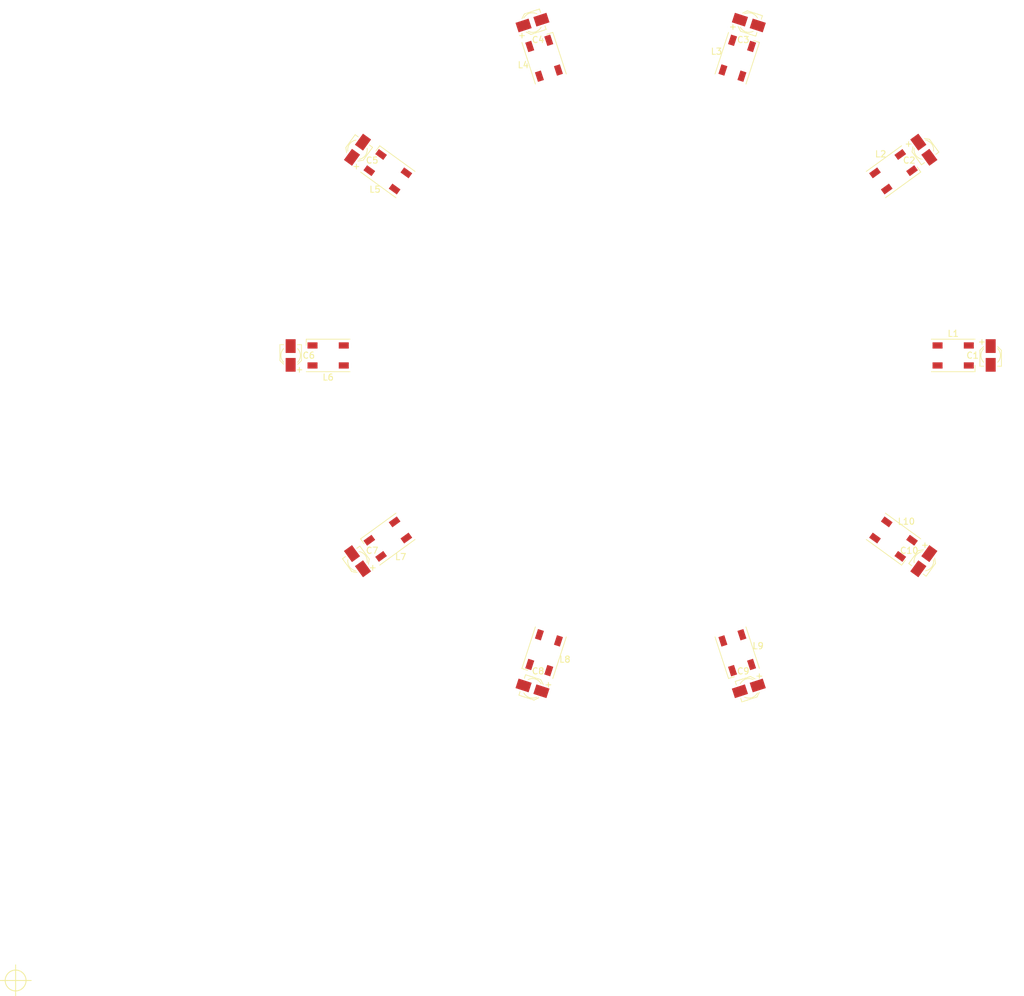
<source format=kicad_pcb>
(
kicad_pcb (version 4) (host pcbnew 4.0.4-stable)

  (general
    (links 0)
    (no_connects 0)
    (area 0 0 0 0)
    (thickness 1.6)
    (drawings 0)
    (tracks 0)
    (zones 0)
    (modules 1)
    (nets 1)
  )

  (page A4)
  (layers
    (0 F.Cu signal)
    (31 B.Cu signal)
    (32 B.Adhes user)
    (33 F.Adhes user)
    (34 B.Paste user)
    (35 F.Paste user)
    (36 B.SilkS user)
    (37 F.SilkS user)
    (38 B.Mask user)
    (39 F.Mask user)
    (40 Dwgs.User user)
    (41 Cmts.User user)
    (42 Eco1.User user)
    (43 Eco2.User user)
    (44 Edge.Cuts user)
    (45 Margin user)
    (46 B.CrtYd user)
    (47 F.CrtYd user)
    (48 B.Fab user)
    (49 F.Fab user)
  )

  (setup
    (last_trace_width 0.25)
    (trace_clearance 0.2)
    (zone_clearance 0.508)
    (zone_45_only no)
    (trace_min 0.2)
    (segment_width 0.2)
    (edge_width 0.15)
    (via_size 0.6)
    (via_drill 0.4)
    (via_min_size 0.4)
    (via_min_drill 0.3)
    (uvia_size 0.3)
    (uvia_drill 0.1)
    (uvias_allowed no)
    (uvia_min_size 0.2)
    (uvia_min_drill 0.1)
    (pcb_text_width 0.3)
    (pcb_text_size 1.5 1.5)
    (mod_edge_width 0.15)
    (mod_text_size 1 1)
    (mod_text_width 0.15)
    (pad_size 1.524 1.524)
    (pad_drill 0.762)
    (pad_to_mask_clearance 0.2)
    (aux_axis_origin 0 0)
    (visible_elements FFFFFF7F)
    (pcbplotparams
      (layerselection 0x00030_80000001)
      (usegerberextensions false)
      (excludeedgelayer true)
      (linewidth 0.100000)
      (plotframeref false)
      (viasonmask false)
      (mode 1)
      (useauxorigin false)
      (hpglpennumber 1)
      (hpglpenspeed 20)
      (hpglpendiameter 15)
      (hpglpenoverlay 2)
      (psnegative false)
      (psa4output false)
      (plotreference true)
      (plotvalue true)
      (plotinvisibletext false)
      (padsonsilk false)
      (subtractmaskfromsilk false)
      (outputformat 1)
      (mirror false)
      (drillshape 1)
      (scaleselection 1)
      (outputdirectory ""))
  )

  (net 0 "")

  (net_class Default "This is the default net class."
    (clearance 0.25)
    (trace_width 0.25)
    (via_dia 0.6)
    (via_drill 0.4)
    (uvia_dia 0.3)
    (uvia_drill 0.1)
  )



(target plus (at 0.0000 190.0000) (size 5.0000) (width 0.1500) (layer F.SilkS))

    (module LEDs:LED_WS2812B-PLCC4 (layer F.Cu) (tedit 587A6D9E) (tstamp 589982C0)
    (at 150.0000 90.0000 0.0000)
    (descr http://www.world-semi.com/uploads/soft/150522/1-150522091P5.pdf)
    (tags "LED NeoPixel")
    (attr smd)
    (fp_text reference L1 (at 0 -3.5) (layer F.SilkS)
      (effects (font (size 1 1) (thickness 0.15)))
    )
    (fp_text value WS2812B (at 0 4) (layer F.Fab)
      (effects (font (size 1 1) (thickness 0.15)))
    )
    (fp_line (start 3.75 -2.85) (end -3.75 -2.85) (layer F.CrtYd) (width 0.05))
    (fp_line (start 3.75 2.85) (end 3.75 -2.85) (layer F.CrtYd) (width 0.05))
    (fp_line (start -3.75 2.85) (end 3.75 2.85) (layer F.CrtYd) (width 0.05))
    (fp_line (start -3.75 -2.85) (end -3.75 2.85) (layer F.CrtYd) (width 0.05))
    (fp_line (start 2.5 1.5) (end 1.5 2.5) (layer F.Fab) (width 0.1))
    (fp_line (start -2.5 -2.5) (end -2.5 2.5) (layer F.Fab) (width 0.1))
    (fp_line (start -2.5 2.5) (end 2.5 2.5) (layer F.Fab) (width 0.1))
    (fp_line (start 2.5 2.5) (end 2.5 -2.5) (layer F.Fab) (width 0.1))
    (fp_line (start 2.5 -2.5) (end -2.5 -2.5) (layer F.Fab) (width 0.1))
    (fp_line (start -3.5 -2.6) (end 3.5 -2.6) (layer F.SilkS) (width 0.12))
    (fp_line (start -3.5 2.6) (end 3.5 2.6) (layer F.SilkS) (width 0.12))
    (fp_line (start 3.5 2.6) (end 3.5 1.6) (layer F.SilkS) (width 0.12))
    (fp_circle (center 0 0) (end 0 -2) (layer F.Fab) (width 0.1))
    (pad 3 smd rect (at 2.5 1.6 0.0000) (size 1.6 1) (layers F.Cu F.Paste F.Mask))
    (pad 4 smd rect (at 2.5 -1.6 0.0000) (size 1.6 1) (layers F.Cu F.Paste F.Mask))
    (pad 2 smd rect (at -2.5 1.6 0.0000) (size 1.6 1) (layers F.Cu F.Paste F.Mask))
    (pad 1 smd rect (at -2.5 -1.6 0.0000) (size 1.6 1) (layers F.Cu F.Paste F.Mask))
    (model LEDs.3dshapes/LED_WS2812B-PLCC4.wrl
      (at (xyz 0 0 0))
      (scale (xyz 0.39 0.39 0.39))
      (rotate (xyz 0 0 180))
    )
  )
 (module Capacitors_SMD:CP_Elec_3x5.3 (layer F.Cu) (tedit 57FA3E93) (tstamp 5899EACD)
    (at 156.0000 90.0000 270.0000)
    (descr "SMT capacitor, aluminium electrolytic, 3x5.3")
    (attr smd)
    (fp_text reference C1 (at 0 2.8956 180) (layer F.SilkS)
      (effects (font (size 1 1) (thickness 0.15)))
    )
    (fp_text value 104nF (at -0.0254 -2.8956 180) (layer F.Fab)
      (effects (font (size 1 1) (thickness 0.15)))
    )
    (fp_line (start -1.5621 -0.7493) (end -1.5621 0.7747) (layer F.Fab) (width 0.1))
    (fp_line (start -0.7493 -1.5621) (end -1.5621 -0.7493) (layer F.Fab) (width 0.1))
    (fp_line (start -0.762 1.5748) (end -1.5621 0.7747) (layer F.Fab) (width 0.1))
    (fp_line (start 1.5748 1.5748) (end 1.5748 -1.5621) (layer F.Fab) (width 0.1))
    (fp_line (start 1.5621 1.5748) (end -0.762 1.5748) (layer F.Fab) (width 0.1))
    (fp_line (start 1.5748 -1.5621) (end -0.7493 -1.5621) (layer F.Fab) (width 0.1))
    (fp_line (start -0.8255 1.7272) (end -1.4351 1.1176) (layer F.SilkS) (width 0.12))
    (fp_line (start 1.7272 1.7272) (end 1.7272 1.1176) (layer F.SilkS) (width 0.12))
    (fp_line (start -0.8128 -1.7145) (end -1.4097 -1.1176) (layer F.SilkS) (width 0.12))
    (fp_line (start 1.7272 -1.7145) (end 1.7272 -1.1176) (layer F.SilkS) (width 0.12))
    (fp_text user + (at -0.9398 -0.0762 180) (layer F.Fab)
      (effects (font (size 1 1) (thickness 0.15)))
    )
    (fp_text user + (at -2.2225 1.397 180) (layer F.SilkS)
      (effects (font (size 1 1) (thickness 0.15)))
    )
    (fp_arc (start 0 0) (end -1.0922 -1.1176) (angle 88.7) (layer F.SilkS) (width 0.12))
    (fp_arc (start 0 0) (end 1.0922 1.1176) (angle 88.7) (layer F.SilkS) (width 0.12))
    (fp_line (start -2.8 2.05) (end 2.8 2.05) (layer F.CrtYd) (width 0.05))
    (fp_line (start 2.8 2.05) (end 2.8 -2.05) (layer F.CrtYd) (width 0.05))
    (fp_line (start 2.8 -2.05) (end -2.8 -2.05) (layer F.CrtYd) (width 0.05))
    (fp_line (start -2.8 -2.05) (end -2.8 2.05) (layer F.CrtYd) (width 0.05))
    (fp_line (start -0.8255 1.7272) (end 1.7145 1.7272) (layer F.SilkS) (width 0.12))
    (fp_line (start 1.7272 -1.7145) (end -0.8128 -1.7145) (layer F.SilkS) (width 0.12))
    (pad 2 smd rect (at 1.5 0 270.0000) (size 2.2 1.6) (layers F.Cu F.Paste F.Mask))
    (pad 1 smd rect (at -1.5 0 270.0000) (size 2.2 1.6) (layers F.Cu F.Paste F.Mask))
    (model Capacitors_SMD.3dshapes/CP_Elec_3x5.3.wrl
      (at (xyz 0 0 0))
      (scale (xyz 1 1 1))
      (rotate (xyz 0 0 180))
    )
  )
    (module LEDs:LED_WS2812B-PLCC4 (layer F.Cu) (tedit 587A6D9E) (tstamp 589982C0)
    (at 140.4508 60.6107 36.0000)
    (descr http://www.world-semi.com/uploads/soft/150522/1-150522091P5.pdf)
    (tags "LED NeoPixel")
    (attr smd)
    (fp_text reference L2 (at 0 -3.5) (layer F.SilkS)
      (effects (font (size 1 1) (thickness 0.15)))
    )
    (fp_text value WS2812B (at 0 4) (layer F.Fab)
      (effects (font (size 1 1) (thickness 0.15)))
    )
    (fp_line (start 3.75 -2.85) (end -3.75 -2.85) (layer F.CrtYd) (width 0.05))
    (fp_line (start 3.75 2.85) (end 3.75 -2.85) (layer F.CrtYd) (width 0.05))
    (fp_line (start -3.75 2.85) (end 3.75 2.85) (layer F.CrtYd) (width 0.05))
    (fp_line (start -3.75 -2.85) (end -3.75 2.85) (layer F.CrtYd) (width 0.05))
    (fp_line (start 2.5 1.5) (end 1.5 2.5) (layer F.Fab) (width 0.1))
    (fp_line (start -2.5 -2.5) (end -2.5 2.5) (layer F.Fab) (width 0.1))
    (fp_line (start -2.5 2.5) (end 2.5 2.5) (layer F.Fab) (width 0.1))
    (fp_line (start 2.5 2.5) (end 2.5 -2.5) (layer F.Fab) (width 0.1))
    (fp_line (start 2.5 -2.5) (end -2.5 -2.5) (layer F.Fab) (width 0.1))
    (fp_line (start -3.5 -2.6) (end 3.5 -2.6) (layer F.SilkS) (width 0.12))
    (fp_line (start -3.5 2.6) (end 3.5 2.6) (layer F.SilkS) (width 0.12))
    (fp_line (start 3.5 2.6) (end 3.5 1.6) (layer F.SilkS) (width 0.12))
    (fp_circle (center 0 0) (end 0 -2) (layer F.Fab) (width 0.1))
    (pad 3 smd rect (at 2.5 1.6 36.0000) (size 1.6 1) (layers F.Cu F.Paste F.Mask))
    (pad 4 smd rect (at 2.5 -1.6 36.0000) (size 1.6 1) (layers F.Cu F.Paste F.Mask))
    (pad 2 smd rect (at -2.5 1.6 36.0000) (size 1.6 1) (layers F.Cu F.Paste F.Mask))
    (pad 1 smd rect (at -2.5 -1.6 36.0000) (size 1.6 1) (layers F.Cu F.Paste F.Mask))
    (model LEDs.3dshapes/LED_WS2812B-PLCC4.wrl
      (at (xyz 0 0 0))
      (scale (xyz 0.39 0.39 0.39))
      (rotate (xyz 0 0 180))
    )
  )
 (module Capacitors_SMD:CP_Elec_3x5.3 (layer F.Cu) (tedit 57FA3E93) (tstamp 5899EACD)
    (at 145.3050 57.0840 306.0000)
    (descr "SMT capacitor, aluminium electrolytic, 3x5.3")
    (attr smd)
    (fp_text reference C2 (at 0 2.8956 180) (layer F.SilkS)
      (effects (font (size 1 1) (thickness 0.15)))
    )
    (fp_text value 104nF (at -0.0254 -2.8956 180) (layer F.Fab)
      (effects (font (size 1 1) (thickness 0.15)))
    )
    (fp_line (start -1.5621 -0.7493) (end -1.5621 0.7747) (layer F.Fab) (width 0.1))
    (fp_line (start -0.7493 -1.5621) (end -1.5621 -0.7493) (layer F.Fab) (width 0.1))
    (fp_line (start -0.762 1.5748) (end -1.5621 0.7747) (layer F.Fab) (width 0.1))
    (fp_line (start 1.5748 1.5748) (end 1.5748 -1.5621) (layer F.Fab) (width 0.1))
    (fp_line (start 1.5621 1.5748) (end -0.762 1.5748) (layer F.Fab) (width 0.1))
    (fp_line (start 1.5748 -1.5621) (end -0.7493 -1.5621) (layer F.Fab) (width 0.1))
    (fp_line (start -0.8255 1.7272) (end -1.4351 1.1176) (layer F.SilkS) (width 0.12))
    (fp_line (start 1.7272 1.7272) (end 1.7272 1.1176) (layer F.SilkS) (width 0.12))
    (fp_line (start -0.8128 -1.7145) (end -1.4097 -1.1176) (layer F.SilkS) (width 0.12))
    (fp_line (start 1.7272 -1.7145) (end 1.7272 -1.1176) (layer F.SilkS) (width 0.12))
    (fp_text user + (at -0.9398 -0.0762 180) (layer F.Fab)
      (effects (font (size 1 1) (thickness 0.15)))
    )
    (fp_text user + (at -2.2225 1.397 180) (layer F.SilkS)
      (effects (font (size 1 1) (thickness 0.15)))
    )
    (fp_arc (start 0 0) (end -1.0922 -1.1176) (angle 88.7) (layer F.SilkS) (width 0.12))
    (fp_arc (start 0 0) (end 1.0922 1.1176) (angle 88.7) (layer F.SilkS) (width 0.12))
    (fp_line (start -2.8 2.05) (end 2.8 2.05) (layer F.CrtYd) (width 0.05))
    (fp_line (start 2.8 2.05) (end 2.8 -2.05) (layer F.CrtYd) (width 0.05))
    (fp_line (start 2.8 -2.05) (end -2.8 -2.05) (layer F.CrtYd) (width 0.05))
    (fp_line (start -2.8 -2.05) (end -2.8 2.05) (layer F.CrtYd) (width 0.05))
    (fp_line (start -0.8255 1.7272) (end 1.7145 1.7272) (layer F.SilkS) (width 0.12))
    (fp_line (start 1.7272 -1.7145) (end -0.8128 -1.7145) (layer F.SilkS) (width 0.12))
    (pad 2 smd rect (at 1.5 0 306.0000) (size 2.2 1.6) (layers F.Cu F.Paste F.Mask))
    (pad 1 smd rect (at -1.5 0 306.0000) (size 2.2 1.6) (layers F.Cu F.Paste F.Mask))
    (model Capacitors_SMD.3dshapes/CP_Elec_3x5.3.wrl
      (at (xyz 0 0 0))
      (scale (xyz 1 1 1))
      (rotate (xyz 0 0 180))
    )
  )
    (module LEDs:LED_WS2812B-PLCC4 (layer F.Cu) (tedit 587A6D9E) (tstamp 589982C0)
    (at 115.4508 42.4472 72.0000)
    (descr http://www.world-semi.com/uploads/soft/150522/1-150522091P5.pdf)
    (tags "LED NeoPixel")
    (attr smd)
    (fp_text reference L3 (at 0 -3.5) (layer F.SilkS)
      (effects (font (size 1 1) (thickness 0.15)))
    )
    (fp_text value WS2812B (at 0 4) (layer F.Fab)
      (effects (font (size 1 1) (thickness 0.15)))
    )
    (fp_line (start 3.75 -2.85) (end -3.75 -2.85) (layer F.CrtYd) (width 0.05))
    (fp_line (start 3.75 2.85) (end 3.75 -2.85) (layer F.CrtYd) (width 0.05))
    (fp_line (start -3.75 2.85) (end 3.75 2.85) (layer F.CrtYd) (width 0.05))
    (fp_line (start -3.75 -2.85) (end -3.75 2.85) (layer F.CrtYd) (width 0.05))
    (fp_line (start 2.5 1.5) (end 1.5 2.5) (layer F.Fab) (width 0.1))
    (fp_line (start -2.5 -2.5) (end -2.5 2.5) (layer F.Fab) (width 0.1))
    (fp_line (start -2.5 2.5) (end 2.5 2.5) (layer F.Fab) (width 0.1))
    (fp_line (start 2.5 2.5) (end 2.5 -2.5) (layer F.Fab) (width 0.1))
    (fp_line (start 2.5 -2.5) (end -2.5 -2.5) (layer F.Fab) (width 0.1))
    (fp_line (start -3.5 -2.6) (end 3.5 -2.6) (layer F.SilkS) (width 0.12))
    (fp_line (start -3.5 2.6) (end 3.5 2.6) (layer F.SilkS) (width 0.12))
    (fp_line (start 3.5 2.6) (end 3.5 1.6) (layer F.SilkS) (width 0.12))
    (fp_circle (center 0 0) (end 0 -2) (layer F.Fab) (width 0.1))
    (pad 3 smd rect (at 2.5 1.6 72.0000) (size 1.6 1) (layers F.Cu F.Paste F.Mask))
    (pad 4 smd rect (at 2.5 -1.6 72.0000) (size 1.6 1) (layers F.Cu F.Paste F.Mask))
    (pad 2 smd rect (at -2.5 1.6 72.0000) (size 1.6 1) (layers F.Cu F.Paste F.Mask))
    (pad 1 smd rect (at -2.5 -1.6 72.0000) (size 1.6 1) (layers F.Cu F.Paste F.Mask))
    (model LEDs.3dshapes/LED_WS2812B-PLCC4.wrl
      (at (xyz 0 0 0))
      (scale (xyz 0.39 0.39 0.39))
      (rotate (xyz 0 0 180))
    )
  )
 (module Capacitors_SMD:CP_Elec_3x5.3 (layer F.Cu) (tedit 57FA3E93) (tstamp 5899EACD)
    (at 117.3050 36.7408 342.0000)
    (descr "SMT capacitor, aluminium electrolytic, 3x5.3")
    (attr smd)
    (fp_text reference C3 (at 0 2.8956 180) (layer F.SilkS)
      (effects (font (size 1 1) (thickness 0.15)))
    )
    (fp_text value 104nF (at -0.0254 -2.8956 180) (layer F.Fab)
      (effects (font (size 1 1) (thickness 0.15)))
    )
    (fp_line (start -1.5621 -0.7493) (end -1.5621 0.7747) (layer F.Fab) (width 0.1))
    (fp_line (start -0.7493 -1.5621) (end -1.5621 -0.7493) (layer F.Fab) (width 0.1))
    (fp_line (start -0.762 1.5748) (end -1.5621 0.7747) (layer F.Fab) (width 0.1))
    (fp_line (start 1.5748 1.5748) (end 1.5748 -1.5621) (layer F.Fab) (width 0.1))
    (fp_line (start 1.5621 1.5748) (end -0.762 1.5748) (layer F.Fab) (width 0.1))
    (fp_line (start 1.5748 -1.5621) (end -0.7493 -1.5621) (layer F.Fab) (width 0.1))
    (fp_line (start -0.8255 1.7272) (end -1.4351 1.1176) (layer F.SilkS) (width 0.12))
    (fp_line (start 1.7272 1.7272) (end 1.7272 1.1176) (layer F.SilkS) (width 0.12))
    (fp_line (start -0.8128 -1.7145) (end -1.4097 -1.1176) (layer F.SilkS) (width 0.12))
    (fp_line (start 1.7272 -1.7145) (end 1.7272 -1.1176) (layer F.SilkS) (width 0.12))
    (fp_text user + (at -0.9398 -0.0762 180) (layer F.Fab)
      (effects (font (size 1 1) (thickness 0.15)))
    )
    (fp_text user + (at -2.2225 1.397 180) (layer F.SilkS)
      (effects (font (size 1 1) (thickness 0.15)))
    )
    (fp_arc (start 0 0) (end -1.0922 -1.1176) (angle 88.7) (layer F.SilkS) (width 0.12))
    (fp_arc (start 0 0) (end 1.0922 1.1176) (angle 88.7) (layer F.SilkS) (width 0.12))
    (fp_line (start -2.8 2.05) (end 2.8 2.05) (layer F.CrtYd) (width 0.05))
    (fp_line (start 2.8 2.05) (end 2.8 -2.05) (layer F.CrtYd) (width 0.05))
    (fp_line (start 2.8 -2.05) (end -2.8 -2.05) (layer F.CrtYd) (width 0.05))
    (fp_line (start -2.8 -2.05) (end -2.8 2.05) (layer F.CrtYd) (width 0.05))
    (fp_line (start -0.8255 1.7272) (end 1.7145 1.7272) (layer F.SilkS) (width 0.12))
    (fp_line (start 1.7272 -1.7145) (end -0.8128 -1.7145) (layer F.SilkS) (width 0.12))
    (pad 2 smd rect (at 1.5 0 342.0000) (size 2.2 1.6) (layers F.Cu F.Paste F.Mask))
    (pad 1 smd rect (at -1.5 0 342.0000) (size 2.2 1.6) (layers F.Cu F.Paste F.Mask))
    (model Capacitors_SMD.3dshapes/CP_Elec_3x5.3.wrl
      (at (xyz 0 0 0))
      (scale (xyz 1 1 1))
      (rotate (xyz 0 0 180))
    )
  )
    (module LEDs:LED_WS2812B-PLCC4 (layer F.Cu) (tedit 587A6D9E) (tstamp 589982C0)
    (at 84.5492 42.4472 108.0000)
    (descr http://www.world-semi.com/uploads/soft/150522/1-150522091P5.pdf)
    (tags "LED NeoPixel")
    (attr smd)
    (fp_text reference L4 (at 0 -3.5) (layer F.SilkS)
      (effects (font (size 1 1) (thickness 0.15)))
    )
    (fp_text value WS2812B (at 0 4) (layer F.Fab)
      (effects (font (size 1 1) (thickness 0.15)))
    )
    (fp_line (start 3.75 -2.85) (end -3.75 -2.85) (layer F.CrtYd) (width 0.05))
    (fp_line (start 3.75 2.85) (end 3.75 -2.85) (layer F.CrtYd) (width 0.05))
    (fp_line (start -3.75 2.85) (end 3.75 2.85) (layer F.CrtYd) (width 0.05))
    (fp_line (start -3.75 -2.85) (end -3.75 2.85) (layer F.CrtYd) (width 0.05))
    (fp_line (start 2.5 1.5) (end 1.5 2.5) (layer F.Fab) (width 0.1))
    (fp_line (start -2.5 -2.5) (end -2.5 2.5) (layer F.Fab) (width 0.1))
    (fp_line (start -2.5 2.5) (end 2.5 2.5) (layer F.Fab) (width 0.1))
    (fp_line (start 2.5 2.5) (end 2.5 -2.5) (layer F.Fab) (width 0.1))
    (fp_line (start 2.5 -2.5) (end -2.5 -2.5) (layer F.Fab) (width 0.1))
    (fp_line (start -3.5 -2.6) (end 3.5 -2.6) (layer F.SilkS) (width 0.12))
    (fp_line (start -3.5 2.6) (end 3.5 2.6) (layer F.SilkS) (width 0.12))
    (fp_line (start 3.5 2.6) (end 3.5 1.6) (layer F.SilkS) (width 0.12))
    (fp_circle (center 0 0) (end 0 -2) (layer F.Fab) (width 0.1))
    (pad 3 smd rect (at 2.5 1.6 108.0000) (size 1.6 1) (layers F.Cu F.Paste F.Mask))
    (pad 4 smd rect (at 2.5 -1.6 108.0000) (size 1.6 1) (layers F.Cu F.Paste F.Mask))
    (pad 2 smd rect (at -2.5 1.6 108.0000) (size 1.6 1) (layers F.Cu F.Paste F.Mask))
    (pad 1 smd rect (at -2.5 -1.6 108.0000) (size 1.6 1) (layers F.Cu F.Paste F.Mask))
    (model LEDs.3dshapes/LED_WS2812B-PLCC4.wrl
      (at (xyz 0 0 0))
      (scale (xyz 0.39 0.39 0.39))
      (rotate (xyz 0 0 180))
    )
  )
 (module Capacitors_SMD:CP_Elec_3x5.3 (layer F.Cu) (tedit 57FA3E93) (tstamp 5899EACD)
    (at 82.6950 36.7408 378.0000)
    (descr "SMT capacitor, aluminium electrolytic, 3x5.3")
    (attr smd)
    (fp_text reference C4 (at 0 2.8956 180) (layer F.SilkS)
      (effects (font (size 1 1) (thickness 0.15)))
    )
    (fp_text value 104nF (at -0.0254 -2.8956 180) (layer F.Fab)
      (effects (font (size 1 1) (thickness 0.15)))
    )
    (fp_line (start -1.5621 -0.7493) (end -1.5621 0.7747) (layer F.Fab) (width 0.1))
    (fp_line (start -0.7493 -1.5621) (end -1.5621 -0.7493) (layer F.Fab) (width 0.1))
    (fp_line (start -0.762 1.5748) (end -1.5621 0.7747) (layer F.Fab) (width 0.1))
    (fp_line (start 1.5748 1.5748) (end 1.5748 -1.5621) (layer F.Fab) (width 0.1))
    (fp_line (start 1.5621 1.5748) (end -0.762 1.5748) (layer F.Fab) (width 0.1))
    (fp_line (start 1.5748 -1.5621) (end -0.7493 -1.5621) (layer F.Fab) (width 0.1))
    (fp_line (start -0.8255 1.7272) (end -1.4351 1.1176) (layer F.SilkS) (width 0.12))
    (fp_line (start 1.7272 1.7272) (end 1.7272 1.1176) (layer F.SilkS) (width 0.12))
    (fp_line (start -0.8128 -1.7145) (end -1.4097 -1.1176) (layer F.SilkS) (width 0.12))
    (fp_line (start 1.7272 -1.7145) (end 1.7272 -1.1176) (layer F.SilkS) (width 0.12))
    (fp_text user + (at -0.9398 -0.0762 180) (layer F.Fab)
      (effects (font (size 1 1) (thickness 0.15)))
    )
    (fp_text user + (at -2.2225 1.397 180) (layer F.SilkS)
      (effects (font (size 1 1) (thickness 0.15)))
    )
    (fp_arc (start 0 0) (end -1.0922 -1.1176) (angle 88.7) (layer F.SilkS) (width 0.12))
    (fp_arc (start 0 0) (end 1.0922 1.1176) (angle 88.7) (layer F.SilkS) (width 0.12))
    (fp_line (start -2.8 2.05) (end 2.8 2.05) (layer F.CrtYd) (width 0.05))
    (fp_line (start 2.8 2.05) (end 2.8 -2.05) (layer F.CrtYd) (width 0.05))
    (fp_line (start 2.8 -2.05) (end -2.8 -2.05) (layer F.CrtYd) (width 0.05))
    (fp_line (start -2.8 -2.05) (end -2.8 2.05) (layer F.CrtYd) (width 0.05))
    (fp_line (start -0.8255 1.7272) (end 1.7145 1.7272) (layer F.SilkS) (width 0.12))
    (fp_line (start 1.7272 -1.7145) (end -0.8128 -1.7145) (layer F.SilkS) (width 0.12))
    (pad 2 smd rect (at 1.5 0 378.0000) (size 2.2 1.6) (layers F.Cu F.Paste F.Mask))
    (pad 1 smd rect (at -1.5 0 378.0000) (size 2.2 1.6) (layers F.Cu F.Paste F.Mask))
    (model Capacitors_SMD.3dshapes/CP_Elec_3x5.3.wrl
      (at (xyz 0 0 0))
      (scale (xyz 1 1 1))
      (rotate (xyz 0 0 180))
    )
  )
    (module LEDs:LED_WS2812B-PLCC4 (layer F.Cu) (tedit 587A6D9E) (tstamp 589982C0)
    (at 59.5492 60.6107 144.0000)
    (descr http://www.world-semi.com/uploads/soft/150522/1-150522091P5.pdf)
    (tags "LED NeoPixel")
    (attr smd)
    (fp_text reference L5 (at 0 -3.5) (layer F.SilkS)
      (effects (font (size 1 1) (thickness 0.15)))
    )
    (fp_text value WS2812B (at 0 4) (layer F.Fab)
      (effects (font (size 1 1) (thickness 0.15)))
    )
    (fp_line (start 3.75 -2.85) (end -3.75 -2.85) (layer F.CrtYd) (width 0.05))
    (fp_line (start 3.75 2.85) (end 3.75 -2.85) (layer F.CrtYd) (width 0.05))
    (fp_line (start -3.75 2.85) (end 3.75 2.85) (layer F.CrtYd) (width 0.05))
    (fp_line (start -3.75 -2.85) (end -3.75 2.85) (layer F.CrtYd) (width 0.05))
    (fp_line (start 2.5 1.5) (end 1.5 2.5) (layer F.Fab) (width 0.1))
    (fp_line (start -2.5 -2.5) (end -2.5 2.5) (layer F.Fab) (width 0.1))
    (fp_line (start -2.5 2.5) (end 2.5 2.5) (layer F.Fab) (width 0.1))
    (fp_line (start 2.5 2.5) (end 2.5 -2.5) (layer F.Fab) (width 0.1))
    (fp_line (start 2.5 -2.5) (end -2.5 -2.5) (layer F.Fab) (width 0.1))
    (fp_line (start -3.5 -2.6) (end 3.5 -2.6) (layer F.SilkS) (width 0.12))
    (fp_line (start -3.5 2.6) (end 3.5 2.6) (layer F.SilkS) (width 0.12))
    (fp_line (start 3.5 2.6) (end 3.5 1.6) (layer F.SilkS) (width 0.12))
    (fp_circle (center 0 0) (end 0 -2) (layer F.Fab) (width 0.1))
    (pad 3 smd rect (at 2.5 1.6 144.0000) (size 1.6 1) (layers F.Cu F.Paste F.Mask))
    (pad 4 smd rect (at 2.5 -1.6 144.0000) (size 1.6 1) (layers F.Cu F.Paste F.Mask))
    (pad 2 smd rect (at -2.5 1.6 144.0000) (size 1.6 1) (layers F.Cu F.Paste F.Mask))
    (pad 1 smd rect (at -2.5 -1.6 144.0000) (size 1.6 1) (layers F.Cu F.Paste F.Mask))
    (model LEDs.3dshapes/LED_WS2812B-PLCC4.wrl
      (at (xyz 0 0 0))
      (scale (xyz 0.39 0.39 0.39))
      (rotate (xyz 0 0 180))
    )
  )
 (module Capacitors_SMD:CP_Elec_3x5.3 (layer F.Cu) (tedit 57FA3E93) (tstamp 5899EACD)
    (at 54.6950 57.0840 414.0000)
    (descr "SMT capacitor, aluminium electrolytic, 3x5.3")
    (attr smd)
    (fp_text reference C5 (at 0 2.8956 180) (layer F.SilkS)
      (effects (font (size 1 1) (thickness 0.15)))
    )
    (fp_text value 104nF (at -0.0254 -2.8956 180) (layer F.Fab)
      (effects (font (size 1 1) (thickness 0.15)))
    )
    (fp_line (start -1.5621 -0.7493) (end -1.5621 0.7747) (layer F.Fab) (width 0.1))
    (fp_line (start -0.7493 -1.5621) (end -1.5621 -0.7493) (layer F.Fab) (width 0.1))
    (fp_line (start -0.762 1.5748) (end -1.5621 0.7747) (layer F.Fab) (width 0.1))
    (fp_line (start 1.5748 1.5748) (end 1.5748 -1.5621) (layer F.Fab) (width 0.1))
    (fp_line (start 1.5621 1.5748) (end -0.762 1.5748) (layer F.Fab) (width 0.1))
    (fp_line (start 1.5748 -1.5621) (end -0.7493 -1.5621) (layer F.Fab) (width 0.1))
    (fp_line (start -0.8255 1.7272) (end -1.4351 1.1176) (layer F.SilkS) (width 0.12))
    (fp_line (start 1.7272 1.7272) (end 1.7272 1.1176) (layer F.SilkS) (width 0.12))
    (fp_line (start -0.8128 -1.7145) (end -1.4097 -1.1176) (layer F.SilkS) (width 0.12))
    (fp_line (start 1.7272 -1.7145) (end 1.7272 -1.1176) (layer F.SilkS) (width 0.12))
    (fp_text user + (at -0.9398 -0.0762 180) (layer F.Fab)
      (effects (font (size 1 1) (thickness 0.15)))
    )
    (fp_text user + (at -2.2225 1.397 180) (layer F.SilkS)
      (effects (font (size 1 1) (thickness 0.15)))
    )
    (fp_arc (start 0 0) (end -1.0922 -1.1176) (angle 88.7) (layer F.SilkS) (width 0.12))
    (fp_arc (start 0 0) (end 1.0922 1.1176) (angle 88.7) (layer F.SilkS) (width 0.12))
    (fp_line (start -2.8 2.05) (end 2.8 2.05) (layer F.CrtYd) (width 0.05))
    (fp_line (start 2.8 2.05) (end 2.8 -2.05) (layer F.CrtYd) (width 0.05))
    (fp_line (start 2.8 -2.05) (end -2.8 -2.05) (layer F.CrtYd) (width 0.05))
    (fp_line (start -2.8 -2.05) (end -2.8 2.05) (layer F.CrtYd) (width 0.05))
    (fp_line (start -0.8255 1.7272) (end 1.7145 1.7272) (layer F.SilkS) (width 0.12))
    (fp_line (start 1.7272 -1.7145) (end -0.8128 -1.7145) (layer F.SilkS) (width 0.12))
    (pad 2 smd rect (at 1.5 0 414.0000) (size 2.2 1.6) (layers F.Cu F.Paste F.Mask))
    (pad 1 smd rect (at -1.5 0 414.0000) (size 2.2 1.6) (layers F.Cu F.Paste F.Mask))
    (model Capacitors_SMD.3dshapes/CP_Elec_3x5.3.wrl
      (at (xyz 0 0 0))
      (scale (xyz 1 1 1))
      (rotate (xyz 0 0 180))
    )
  )
    (module LEDs:LED_WS2812B-PLCC4 (layer F.Cu) (tedit 587A6D9E) (tstamp 589982C0)
    (at 50.0000 90.0000 180.0000)
    (descr http://www.world-semi.com/uploads/soft/150522/1-150522091P5.pdf)
    (tags "LED NeoPixel")
    (attr smd)
    (fp_text reference L6 (at 0 -3.5) (layer F.SilkS)
      (effects (font (size 1 1) (thickness 0.15)))
    )
    (fp_text value WS2812B (at 0 4) (layer F.Fab)
      (effects (font (size 1 1) (thickness 0.15)))
    )
    (fp_line (start 3.75 -2.85) (end -3.75 -2.85) (layer F.CrtYd) (width 0.05))
    (fp_line (start 3.75 2.85) (end 3.75 -2.85) (layer F.CrtYd) (width 0.05))
    (fp_line (start -3.75 2.85) (end 3.75 2.85) (layer F.CrtYd) (width 0.05))
    (fp_line (start -3.75 -2.85) (end -3.75 2.85) (layer F.CrtYd) (width 0.05))
    (fp_line (start 2.5 1.5) (end 1.5 2.5) (layer F.Fab) (width 0.1))
    (fp_line (start -2.5 -2.5) (end -2.5 2.5) (layer F.Fab) (width 0.1))
    (fp_line (start -2.5 2.5) (end 2.5 2.5) (layer F.Fab) (width 0.1))
    (fp_line (start 2.5 2.5) (end 2.5 -2.5) (layer F.Fab) (width 0.1))
    (fp_line (start 2.5 -2.5) (end -2.5 -2.5) (layer F.Fab) (width 0.1))
    (fp_line (start -3.5 -2.6) (end 3.5 -2.6) (layer F.SilkS) (width 0.12))
    (fp_line (start -3.5 2.6) (end 3.5 2.6) (layer F.SilkS) (width 0.12))
    (fp_line (start 3.5 2.6) (end 3.5 1.6) (layer F.SilkS) (width 0.12))
    (fp_circle (center 0 0) (end 0 -2) (layer F.Fab) (width 0.1))
    (pad 3 smd rect (at 2.5 1.6 180.0000) (size 1.6 1) (layers F.Cu F.Paste F.Mask))
    (pad 4 smd rect (at 2.5 -1.6 180.0000) (size 1.6 1) (layers F.Cu F.Paste F.Mask))
    (pad 2 smd rect (at -2.5 1.6 180.0000) (size 1.6 1) (layers F.Cu F.Paste F.Mask))
    (pad 1 smd rect (at -2.5 -1.6 180.0000) (size 1.6 1) (layers F.Cu F.Paste F.Mask))
    (model LEDs.3dshapes/LED_WS2812B-PLCC4.wrl
      (at (xyz 0 0 0))
      (scale (xyz 0.39 0.39 0.39))
      (rotate (xyz 0 0 180))
    )
  )
 (module Capacitors_SMD:CP_Elec_3x5.3 (layer F.Cu) (tedit 57FA3E93) (tstamp 5899EACD)
    (at 44.0000 90.0000 450.0000)
    (descr "SMT capacitor, aluminium electrolytic, 3x5.3")
    (attr smd)
    (fp_text reference C6 (at 0 2.8956 180) (layer F.SilkS)
      (effects (font (size 1 1) (thickness 0.15)))
    )
    (fp_text value 104nF (at -0.0254 -2.8956 180) (layer F.Fab)
      (effects (font (size 1 1) (thickness 0.15)))
    )
    (fp_line (start -1.5621 -0.7493) (end -1.5621 0.7747) (layer F.Fab) (width 0.1))
    (fp_line (start -0.7493 -1.5621) (end -1.5621 -0.7493) (layer F.Fab) (width 0.1))
    (fp_line (start -0.762 1.5748) (end -1.5621 0.7747) (layer F.Fab) (width 0.1))
    (fp_line (start 1.5748 1.5748) (end 1.5748 -1.5621) (layer F.Fab) (width 0.1))
    (fp_line (start 1.5621 1.5748) (end -0.762 1.5748) (layer F.Fab) (width 0.1))
    (fp_line (start 1.5748 -1.5621) (end -0.7493 -1.5621) (layer F.Fab) (width 0.1))
    (fp_line (start -0.8255 1.7272) (end -1.4351 1.1176) (layer F.SilkS) (width 0.12))
    (fp_line (start 1.7272 1.7272) (end 1.7272 1.1176) (layer F.SilkS) (width 0.12))
    (fp_line (start -0.8128 -1.7145) (end -1.4097 -1.1176) (layer F.SilkS) (width 0.12))
    (fp_line (start 1.7272 -1.7145) (end 1.7272 -1.1176) (layer F.SilkS) (width 0.12))
    (fp_text user + (at -0.9398 -0.0762 180) (layer F.Fab)
      (effects (font (size 1 1) (thickness 0.15)))
    )
    (fp_text user + (at -2.2225 1.397 180) (layer F.SilkS)
      (effects (font (size 1 1) (thickness 0.15)))
    )
    (fp_arc (start 0 0) (end -1.0922 -1.1176) (angle 88.7) (layer F.SilkS) (width 0.12))
    (fp_arc (start 0 0) (end 1.0922 1.1176) (angle 88.7) (layer F.SilkS) (width 0.12))
    (fp_line (start -2.8 2.05) (end 2.8 2.05) (layer F.CrtYd) (width 0.05))
    (fp_line (start 2.8 2.05) (end 2.8 -2.05) (layer F.CrtYd) (width 0.05))
    (fp_line (start 2.8 -2.05) (end -2.8 -2.05) (layer F.CrtYd) (width 0.05))
    (fp_line (start -2.8 -2.05) (end -2.8 2.05) (layer F.CrtYd) (width 0.05))
    (fp_line (start -0.8255 1.7272) (end 1.7145 1.7272) (layer F.SilkS) (width 0.12))
    (fp_line (start 1.7272 -1.7145) (end -0.8128 -1.7145) (layer F.SilkS) (width 0.12))
    (pad 2 smd rect (at 1.5 0 450.0000) (size 2.2 1.6) (layers F.Cu F.Paste F.Mask))
    (pad 1 smd rect (at -1.5 0 450.0000) (size 2.2 1.6) (layers F.Cu F.Paste F.Mask))
    (model Capacitors_SMD.3dshapes/CP_Elec_3x5.3.wrl
      (at (xyz 0 0 0))
      (scale (xyz 1 1 1))
      (rotate (xyz 0 0 180))
    )
  )
    (module LEDs:LED_WS2812B-PLCC4 (layer F.Cu) (tedit 587A6D9E) (tstamp 589982C0)
    (at 59.5492 119.3893 216.0000)
    (descr http://www.world-semi.com/uploads/soft/150522/1-150522091P5.pdf)
    (tags "LED NeoPixel")
    (attr smd)
    (fp_text reference L7 (at 0 -3.5) (layer F.SilkS)
      (effects (font (size 1 1) (thickness 0.15)))
    )
    (fp_text value WS2812B (at 0 4) (layer F.Fab)
      (effects (font (size 1 1) (thickness 0.15)))
    )
    (fp_line (start 3.75 -2.85) (end -3.75 -2.85) (layer F.CrtYd) (width 0.05))
    (fp_line (start 3.75 2.85) (end 3.75 -2.85) (layer F.CrtYd) (width 0.05))
    (fp_line (start -3.75 2.85) (end 3.75 2.85) (layer F.CrtYd) (width 0.05))
    (fp_line (start -3.75 -2.85) (end -3.75 2.85) (layer F.CrtYd) (width 0.05))
    (fp_line (start 2.5 1.5) (end 1.5 2.5) (layer F.Fab) (width 0.1))
    (fp_line (start -2.5 -2.5) (end -2.5 2.5) (layer F.Fab) (width 0.1))
    (fp_line (start -2.5 2.5) (end 2.5 2.5) (layer F.Fab) (width 0.1))
    (fp_line (start 2.5 2.5) (end 2.5 -2.5) (layer F.Fab) (width 0.1))
    (fp_line (start 2.5 -2.5) (end -2.5 -2.5) (layer F.Fab) (width 0.1))
    (fp_line (start -3.5 -2.6) (end 3.5 -2.6) (layer F.SilkS) (width 0.12))
    (fp_line (start -3.5 2.6) (end 3.5 2.6) (layer F.SilkS) (width 0.12))
    (fp_line (start 3.5 2.6) (end 3.5 1.6) (layer F.SilkS) (width 0.12))
    (fp_circle (center 0 0) (end 0 -2) (layer F.Fab) (width 0.1))
    (pad 3 smd rect (at 2.5 1.6 216.0000) (size 1.6 1) (layers F.Cu F.Paste F.Mask))
    (pad 4 smd rect (at 2.5 -1.6 216.0000) (size 1.6 1) (layers F.Cu F.Paste F.Mask))
    (pad 2 smd rect (at -2.5 1.6 216.0000) (size 1.6 1) (layers F.Cu F.Paste F.Mask))
    (pad 1 smd rect (at -2.5 -1.6 216.0000) (size 1.6 1) (layers F.Cu F.Paste F.Mask))
    (model LEDs.3dshapes/LED_WS2812B-PLCC4.wrl
      (at (xyz 0 0 0))
      (scale (xyz 0.39 0.39 0.39))
      (rotate (xyz 0 0 180))
    )
  )
 (module Capacitors_SMD:CP_Elec_3x5.3 (layer F.Cu) (tedit 57FA3E93) (tstamp 5899EACD)
    (at 54.6950 122.9160 486.0000)
    (descr "SMT capacitor, aluminium electrolytic, 3x5.3")
    (attr smd)
    (fp_text reference C7 (at 0 2.8956 180) (layer F.SilkS)
      (effects (font (size 1 1) (thickness 0.15)))
    )
    (fp_text value 104nF (at -0.0254 -2.8956 180) (layer F.Fab)
      (effects (font (size 1 1) (thickness 0.15)))
    )
    (fp_line (start -1.5621 -0.7493) (end -1.5621 0.7747) (layer F.Fab) (width 0.1))
    (fp_line (start -0.7493 -1.5621) (end -1.5621 -0.7493) (layer F.Fab) (width 0.1))
    (fp_line (start -0.762 1.5748) (end -1.5621 0.7747) (layer F.Fab) (width 0.1))
    (fp_line (start 1.5748 1.5748) (end 1.5748 -1.5621) (layer F.Fab) (width 0.1))
    (fp_line (start 1.5621 1.5748) (end -0.762 1.5748) (layer F.Fab) (width 0.1))
    (fp_line (start 1.5748 -1.5621) (end -0.7493 -1.5621) (layer F.Fab) (width 0.1))
    (fp_line (start -0.8255 1.7272) (end -1.4351 1.1176) (layer F.SilkS) (width 0.12))
    (fp_line (start 1.7272 1.7272) (end 1.7272 1.1176) (layer F.SilkS) (width 0.12))
    (fp_line (start -0.8128 -1.7145) (end -1.4097 -1.1176) (layer F.SilkS) (width 0.12))
    (fp_line (start 1.7272 -1.7145) (end 1.7272 -1.1176) (layer F.SilkS) (width 0.12))
    (fp_text user + (at -0.9398 -0.0762 180) (layer F.Fab)
      (effects (font (size 1 1) (thickness 0.15)))
    )
    (fp_text user + (at -2.2225 1.397 180) (layer F.SilkS)
      (effects (font (size 1 1) (thickness 0.15)))
    )
    (fp_arc (start 0 0) (end -1.0922 -1.1176) (angle 88.7) (layer F.SilkS) (width 0.12))
    (fp_arc (start 0 0) (end 1.0922 1.1176) (angle 88.7) (layer F.SilkS) (width 0.12))
    (fp_line (start -2.8 2.05) (end 2.8 2.05) (layer F.CrtYd) (width 0.05))
    (fp_line (start 2.8 2.05) (end 2.8 -2.05) (layer F.CrtYd) (width 0.05))
    (fp_line (start 2.8 -2.05) (end -2.8 -2.05) (layer F.CrtYd) (width 0.05))
    (fp_line (start -2.8 -2.05) (end -2.8 2.05) (layer F.CrtYd) (width 0.05))
    (fp_line (start -0.8255 1.7272) (end 1.7145 1.7272) (layer F.SilkS) (width 0.12))
    (fp_line (start 1.7272 -1.7145) (end -0.8128 -1.7145) (layer F.SilkS) (width 0.12))
    (pad 2 smd rect (at 1.5 0 486.0000) (size 2.2 1.6) (layers F.Cu F.Paste F.Mask))
    (pad 1 smd rect (at -1.5 0 486.0000) (size 2.2 1.6) (layers F.Cu F.Paste F.Mask))
    (model Capacitors_SMD.3dshapes/CP_Elec_3x5.3.wrl
      (at (xyz 0 0 0))
      (scale (xyz 1 1 1))
      (rotate (xyz 0 0 180))
    )
  )
    (module LEDs:LED_WS2812B-PLCC4 (layer F.Cu) (tedit 587A6D9E) (tstamp 589982C0)
    (at 84.5492 137.5528 252.0000)
    (descr http://www.world-semi.com/uploads/soft/150522/1-150522091P5.pdf)
    (tags "LED NeoPixel")
    (attr smd)
    (fp_text reference L8 (at 0 -3.5) (layer F.SilkS)
      (effects (font (size 1 1) (thickness 0.15)))
    )
    (fp_text value WS2812B (at 0 4) (layer F.Fab)
      (effects (font (size 1 1) (thickness 0.15)))
    )
    (fp_line (start 3.75 -2.85) (end -3.75 -2.85) (layer F.CrtYd) (width 0.05))
    (fp_line (start 3.75 2.85) (end 3.75 -2.85) (layer F.CrtYd) (width 0.05))
    (fp_line (start -3.75 2.85) (end 3.75 2.85) (layer F.CrtYd) (width 0.05))
    (fp_line (start -3.75 -2.85) (end -3.75 2.85) (layer F.CrtYd) (width 0.05))
    (fp_line (start 2.5 1.5) (end 1.5 2.5) (layer F.Fab) (width 0.1))
    (fp_line (start -2.5 -2.5) (end -2.5 2.5) (layer F.Fab) (width 0.1))
    (fp_line (start -2.5 2.5) (end 2.5 2.5) (layer F.Fab) (width 0.1))
    (fp_line (start 2.5 2.5) (end 2.5 -2.5) (layer F.Fab) (width 0.1))
    (fp_line (start 2.5 -2.5) (end -2.5 -2.5) (layer F.Fab) (width 0.1))
    (fp_line (start -3.5 -2.6) (end 3.5 -2.6) (layer F.SilkS) (width 0.12))
    (fp_line (start -3.5 2.6) (end 3.5 2.6) (layer F.SilkS) (width 0.12))
    (fp_line (start 3.5 2.6) (end 3.5 1.6) (layer F.SilkS) (width 0.12))
    (fp_circle (center 0 0) (end 0 -2) (layer F.Fab) (width 0.1))
    (pad 3 smd rect (at 2.5 1.6 252.0000) (size 1.6 1) (layers F.Cu F.Paste F.Mask))
    (pad 4 smd rect (at 2.5 -1.6 252.0000) (size 1.6 1) (layers F.Cu F.Paste F.Mask))
    (pad 2 smd rect (at -2.5 1.6 252.0000) (size 1.6 1) (layers F.Cu F.Paste F.Mask))
    (pad 1 smd rect (at -2.5 -1.6 252.0000) (size 1.6 1) (layers F.Cu F.Paste F.Mask))
    (model LEDs.3dshapes/LED_WS2812B-PLCC4.wrl
      (at (xyz 0 0 0))
      (scale (xyz 0.39 0.39 0.39))
      (rotate (xyz 0 0 180))
    )
  )
 (module Capacitors_SMD:CP_Elec_3x5.3 (layer F.Cu) (tedit 57FA3E93) (tstamp 5899EACD)
    (at 82.6950 143.2592 522.0000)
    (descr "SMT capacitor, aluminium electrolytic, 3x5.3")
    (attr smd)
    (fp_text reference C8 (at 0 2.8956 180) (layer F.SilkS)
      (effects (font (size 1 1) (thickness 0.15)))
    )
    (fp_text value 104nF (at -0.0254 -2.8956 180) (layer F.Fab)
      (effects (font (size 1 1) (thickness 0.15)))
    )
    (fp_line (start -1.5621 -0.7493) (end -1.5621 0.7747) (layer F.Fab) (width 0.1))
    (fp_line (start -0.7493 -1.5621) (end -1.5621 -0.7493) (layer F.Fab) (width 0.1))
    (fp_line (start -0.762 1.5748) (end -1.5621 0.7747) (layer F.Fab) (width 0.1))
    (fp_line (start 1.5748 1.5748) (end 1.5748 -1.5621) (layer F.Fab) (width 0.1))
    (fp_line (start 1.5621 1.5748) (end -0.762 1.5748) (layer F.Fab) (width 0.1))
    (fp_line (start 1.5748 -1.5621) (end -0.7493 -1.5621) (layer F.Fab) (width 0.1))
    (fp_line (start -0.8255 1.7272) (end -1.4351 1.1176) (layer F.SilkS) (width 0.12))
    (fp_line (start 1.7272 1.7272) (end 1.7272 1.1176) (layer F.SilkS) (width 0.12))
    (fp_line (start -0.8128 -1.7145) (end -1.4097 -1.1176) (layer F.SilkS) (width 0.12))
    (fp_line (start 1.7272 -1.7145) (end 1.7272 -1.1176) (layer F.SilkS) (width 0.12))
    (fp_text user + (at -0.9398 -0.0762 180) (layer F.Fab)
      (effects (font (size 1 1) (thickness 0.15)))
    )
    (fp_text user + (at -2.2225 1.397 180) (layer F.SilkS)
      (effects (font (size 1 1) (thickness 0.15)))
    )
    (fp_arc (start 0 0) (end -1.0922 -1.1176) (angle 88.7) (layer F.SilkS) (width 0.12))
    (fp_arc (start 0 0) (end 1.0922 1.1176) (angle 88.7) (layer F.SilkS) (width 0.12))
    (fp_line (start -2.8 2.05) (end 2.8 2.05) (layer F.CrtYd) (width 0.05))
    (fp_line (start 2.8 2.05) (end 2.8 -2.05) (layer F.CrtYd) (width 0.05))
    (fp_line (start 2.8 -2.05) (end -2.8 -2.05) (layer F.CrtYd) (width 0.05))
    (fp_line (start -2.8 -2.05) (end -2.8 2.05) (layer F.CrtYd) (width 0.05))
    (fp_line (start -0.8255 1.7272) (end 1.7145 1.7272) (layer F.SilkS) (width 0.12))
    (fp_line (start 1.7272 -1.7145) (end -0.8128 -1.7145) (layer F.SilkS) (width 0.12))
    (pad 2 smd rect (at 1.5 0 522.0000) (size 2.2 1.6) (layers F.Cu F.Paste F.Mask))
    (pad 1 smd rect (at -1.5 0 522.0000) (size 2.2 1.6) (layers F.Cu F.Paste F.Mask))
    (model Capacitors_SMD.3dshapes/CP_Elec_3x5.3.wrl
      (at (xyz 0 0 0))
      (scale (xyz 1 1 1))
      (rotate (xyz 0 0 180))
    )
  )
    (module LEDs:LED_WS2812B-PLCC4 (layer F.Cu) (tedit 587A6D9E) (tstamp 589982C0)
    (at 115.4508 137.5528 288.0000)
    (descr http://www.world-semi.com/uploads/soft/150522/1-150522091P5.pdf)
    (tags "LED NeoPixel")
    (attr smd)
    (fp_text reference L9 (at 0 -3.5) (layer F.SilkS)
      (effects (font (size 1 1) (thickness 0.15)))
    )
    (fp_text value WS2812B (at 0 4) (layer F.Fab)
      (effects (font (size 1 1) (thickness 0.15)))
    )
    (fp_line (start 3.75 -2.85) (end -3.75 -2.85) (layer F.CrtYd) (width 0.05))
    (fp_line (start 3.75 2.85) (end 3.75 -2.85) (layer F.CrtYd) (width 0.05))
    (fp_line (start -3.75 2.85) (end 3.75 2.85) (layer F.CrtYd) (width 0.05))
    (fp_line (start -3.75 -2.85) (end -3.75 2.85) (layer F.CrtYd) (width 0.05))
    (fp_line (start 2.5 1.5) (end 1.5 2.5) (layer F.Fab) (width 0.1))
    (fp_line (start -2.5 -2.5) (end -2.5 2.5) (layer F.Fab) (width 0.1))
    (fp_line (start -2.5 2.5) (end 2.5 2.5) (layer F.Fab) (width 0.1))
    (fp_line (start 2.5 2.5) (end 2.5 -2.5) (layer F.Fab) (width 0.1))
    (fp_line (start 2.5 -2.5) (end -2.5 -2.5) (layer F.Fab) (width 0.1))
    (fp_line (start -3.5 -2.6) (end 3.5 -2.6) (layer F.SilkS) (width 0.12))
    (fp_line (start -3.5 2.6) (end 3.5 2.6) (layer F.SilkS) (width 0.12))
    (fp_line (start 3.5 2.6) (end 3.5 1.6) (layer F.SilkS) (width 0.12))
    (fp_circle (center 0 0) (end 0 -2) (layer F.Fab) (width 0.1))
    (pad 3 smd rect (at 2.5 1.6 288.0000) (size 1.6 1) (layers F.Cu F.Paste F.Mask))
    (pad 4 smd rect (at 2.5 -1.6 288.0000) (size 1.6 1) (layers F.Cu F.Paste F.Mask))
    (pad 2 smd rect (at -2.5 1.6 288.0000) (size 1.6 1) (layers F.Cu F.Paste F.Mask))
    (pad 1 smd rect (at -2.5 -1.6 288.0000) (size 1.6 1) (layers F.Cu F.Paste F.Mask))
    (model LEDs.3dshapes/LED_WS2812B-PLCC4.wrl
      (at (xyz 0 0 0))
      (scale (xyz 0.39 0.39 0.39))
      (rotate (xyz 0 0 180))
    )
  )
 (module Capacitors_SMD:CP_Elec_3x5.3 (layer F.Cu) (tedit 57FA3E93) (tstamp 5899EACD)
    (at 117.3050 143.2592 558.0000)
    (descr "SMT capacitor, aluminium electrolytic, 3x5.3")
    (attr smd)
    (fp_text reference C9 (at 0 2.8956 180) (layer F.SilkS)
      (effects (font (size 1 1) (thickness 0.15)))
    )
    (fp_text value 104nF (at -0.0254 -2.8956 180) (layer F.Fab)
      (effects (font (size 1 1) (thickness 0.15)))
    )
    (fp_line (start -1.5621 -0.7493) (end -1.5621 0.7747) (layer F.Fab) (width 0.1))
    (fp_line (start -0.7493 -1.5621) (end -1.5621 -0.7493) (layer F.Fab) (width 0.1))
    (fp_line (start -0.762 1.5748) (end -1.5621 0.7747) (layer F.Fab) (width 0.1))
    (fp_line (start 1.5748 1.5748) (end 1.5748 -1.5621) (layer F.Fab) (width 0.1))
    (fp_line (start 1.5621 1.5748) (end -0.762 1.5748) (layer F.Fab) (width 0.1))
    (fp_line (start 1.5748 -1.5621) (end -0.7493 -1.5621) (layer F.Fab) (width 0.1))
    (fp_line (start -0.8255 1.7272) (end -1.4351 1.1176) (layer F.SilkS) (width 0.12))
    (fp_line (start 1.7272 1.7272) (end 1.7272 1.1176) (layer F.SilkS) (width 0.12))
    (fp_line (start -0.8128 -1.7145) (end -1.4097 -1.1176) (layer F.SilkS) (width 0.12))
    (fp_line (start 1.7272 -1.7145) (end 1.7272 -1.1176) (layer F.SilkS) (width 0.12))
    (fp_text user + (at -0.9398 -0.0762 180) (layer F.Fab)
      (effects (font (size 1 1) (thickness 0.15)))
    )
    (fp_text user + (at -2.2225 1.397 180) (layer F.SilkS)
      (effects (font (size 1 1) (thickness 0.15)))
    )
    (fp_arc (start 0 0) (end -1.0922 -1.1176) (angle 88.7) (layer F.SilkS) (width 0.12))
    (fp_arc (start 0 0) (end 1.0922 1.1176) (angle 88.7) (layer F.SilkS) (width 0.12))
    (fp_line (start -2.8 2.05) (end 2.8 2.05) (layer F.CrtYd) (width 0.05))
    (fp_line (start 2.8 2.05) (end 2.8 -2.05) (layer F.CrtYd) (width 0.05))
    (fp_line (start 2.8 -2.05) (end -2.8 -2.05) (layer F.CrtYd) (width 0.05))
    (fp_line (start -2.8 -2.05) (end -2.8 2.05) (layer F.CrtYd) (width 0.05))
    (fp_line (start -0.8255 1.7272) (end 1.7145 1.7272) (layer F.SilkS) (width 0.12))
    (fp_line (start 1.7272 -1.7145) (end -0.8128 -1.7145) (layer F.SilkS) (width 0.12))
    (pad 2 smd rect (at 1.5 0 558.0000) (size 2.2 1.6) (layers F.Cu F.Paste F.Mask))
    (pad 1 smd rect (at -1.5 0 558.0000) (size 2.2 1.6) (layers F.Cu F.Paste F.Mask))
    (model Capacitors_SMD.3dshapes/CP_Elec_3x5.3.wrl
      (at (xyz 0 0 0))
      (scale (xyz 1 1 1))
      (rotate (xyz 0 0 180))
    )
  )
    (module LEDs:LED_WS2812B-PLCC4 (layer F.Cu) (tedit 587A6D9E) (tstamp 589982C0)
    (at 140.4508 119.3893 324.0000)
    (descr http://www.world-semi.com/uploads/soft/150522/1-150522091P5.pdf)
    (tags "LED NeoPixel")
    (attr smd)
    (fp_text reference L10 (at 0 -3.5) (layer F.SilkS)
      (effects (font (size 1 1) (thickness 0.15)))
    )
    (fp_text value WS2812B (at 0 4) (layer F.Fab)
      (effects (font (size 1 1) (thickness 0.15)))
    )
    (fp_line (start 3.75 -2.85) (end -3.75 -2.85) (layer F.CrtYd) (width 0.05))
    (fp_line (start 3.75 2.85) (end 3.75 -2.85) (layer F.CrtYd) (width 0.05))
    (fp_line (start -3.75 2.85) (end 3.75 2.85) (layer F.CrtYd) (width 0.05))
    (fp_line (start -3.75 -2.85) (end -3.75 2.85) (layer F.CrtYd) (width 0.05))
    (fp_line (start 2.5 1.5) (end 1.5 2.5) (layer F.Fab) (width 0.1))
    (fp_line (start -2.5 -2.5) (end -2.5 2.5) (layer F.Fab) (width 0.1))
    (fp_line (start -2.5 2.5) (end 2.5 2.5) (layer F.Fab) (width 0.1))
    (fp_line (start 2.5 2.5) (end 2.5 -2.5) (layer F.Fab) (width 0.1))
    (fp_line (start 2.5 -2.5) (end -2.5 -2.5) (layer F.Fab) (width 0.1))
    (fp_line (start -3.5 -2.6) (end 3.5 -2.6) (layer F.SilkS) (width 0.12))
    (fp_line (start -3.5 2.6) (end 3.5 2.6) (layer F.SilkS) (width 0.12))
    (fp_line (start 3.5 2.6) (end 3.5 1.6) (layer F.SilkS) (width 0.12))
    (fp_circle (center 0 0) (end 0 -2) (layer F.Fab) (width 0.1))
    (pad 3 smd rect (at 2.5 1.6 324.0000) (size 1.6 1) (layers F.Cu F.Paste F.Mask))
    (pad 4 smd rect (at 2.5 -1.6 324.0000) (size 1.6 1) (layers F.Cu F.Paste F.Mask))
    (pad 2 smd rect (at -2.5 1.6 324.0000) (size 1.6 1) (layers F.Cu F.Paste F.Mask))
    (pad 1 smd rect (at -2.5 -1.6 324.0000) (size 1.6 1) (layers F.Cu F.Paste F.Mask))
    (model LEDs.3dshapes/LED_WS2812B-PLCC4.wrl
      (at (xyz 0 0 0))
      (scale (xyz 0.39 0.39 0.39))
      (rotate (xyz 0 0 180))
    )
  )
 (module Capacitors_SMD:CP_Elec_3x5.3 (layer F.Cu) (tedit 57FA3E93) (tstamp 5899EACD)
    (at 145.3050 122.9160 594.0000)
    (descr "SMT capacitor, aluminium electrolytic, 3x5.3")
    (attr smd)
    (fp_text reference C10 (at 0 2.8956 180) (layer F.SilkS)
      (effects (font (size 1 1) (thickness 0.15)))
    )
    (fp_text value 104nF (at -0.0254 -2.8956 180) (layer F.Fab)
      (effects (font (size 1 1) (thickness 0.15)))
    )
    (fp_line (start -1.5621 -0.7493) (end -1.5621 0.7747) (layer F.Fab) (width 0.1))
    (fp_line (start -0.7493 -1.5621) (end -1.5621 -0.7493) (layer F.Fab) (width 0.1))
    (fp_line (start -0.762 1.5748) (end -1.5621 0.7747) (layer F.Fab) (width 0.1))
    (fp_line (start 1.5748 1.5748) (end 1.5748 -1.5621) (layer F.Fab) (width 0.1))
    (fp_line (start 1.5621 1.5748) (end -0.762 1.5748) (layer F.Fab) (width 0.1))
    (fp_line (start 1.5748 -1.5621) (end -0.7493 -1.5621) (layer F.Fab) (width 0.1))
    (fp_line (start -0.8255 1.7272) (end -1.4351 1.1176) (layer F.SilkS) (width 0.12))
    (fp_line (start 1.7272 1.7272) (end 1.7272 1.1176) (layer F.SilkS) (width 0.12))
    (fp_line (start -0.8128 -1.7145) (end -1.4097 -1.1176) (layer F.SilkS) (width 0.12))
    (fp_line (start 1.7272 -1.7145) (end 1.7272 -1.1176) (layer F.SilkS) (width 0.12))
    (fp_text user + (at -0.9398 -0.0762 180) (layer F.Fab)
      (effects (font (size 1 1) (thickness 0.15)))
    )
    (fp_text user + (at -2.2225 1.397 180) (layer F.SilkS)
      (effects (font (size 1 1) (thickness 0.15)))
    )
    (fp_arc (start 0 0) (end -1.0922 -1.1176) (angle 88.7) (layer F.SilkS) (width 0.12))
    (fp_arc (start 0 0) (end 1.0922 1.1176) (angle 88.7) (layer F.SilkS) (width 0.12))
    (fp_line (start -2.8 2.05) (end 2.8 2.05) (layer F.CrtYd) (width 0.05))
    (fp_line (start 2.8 2.05) (end 2.8 -2.05) (layer F.CrtYd) (width 0.05))
    (fp_line (start 2.8 -2.05) (end -2.8 -2.05) (layer F.CrtYd) (width 0.05))
    (fp_line (start -2.8 -2.05) (end -2.8 2.05) (layer F.CrtYd) (width 0.05))
    (fp_line (start -0.8255 1.7272) (end 1.7145 1.7272) (layer F.SilkS) (width 0.12))
    (fp_line (start 1.7272 -1.7145) (end -0.8128 -1.7145) (layer F.SilkS) (width 0.12))
    (pad 2 smd rect (at 1.5 0 594.0000) (size 2.2 1.6) (layers F.Cu F.Paste F.Mask))
    (pad 1 smd rect (at -1.5 0 594.0000) (size 2.2 1.6) (layers F.Cu F.Paste F.Mask))
    (model Capacitors_SMD.3dshapes/CP_Elec_3x5.3.wrl
      (at (xyz 0 0 0))
      (scale (xyz 1 1 1))
      (rotate (xyz 0 0 180))
    )
  ))
</source>
